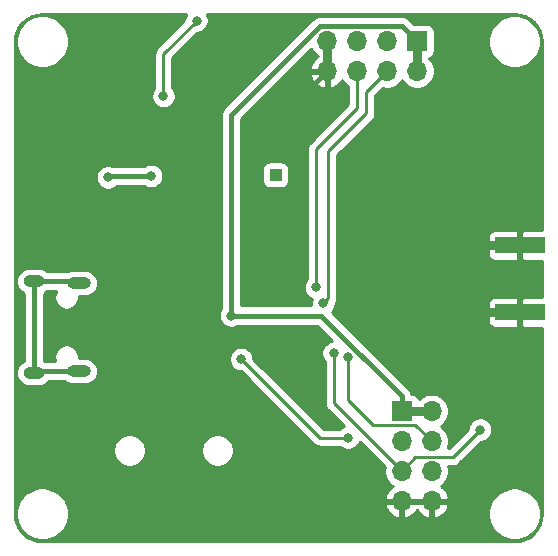
<source format=gbr>
%TF.GenerationSoftware,KiCad,Pcbnew,(5.1.10-1-10_14)*%
%TF.CreationDate,2021-07-28T23:22:07+08:00*%
%TF.ProjectId,maxm8q_board,6d61786d-3871-45f6-926f-6172642e6b69,rev?*%
%TF.SameCoordinates,Original*%
%TF.FileFunction,Copper,L2,Bot*%
%TF.FilePolarity,Positive*%
%FSLAX46Y46*%
G04 Gerber Fmt 4.6, Leading zero omitted, Abs format (unit mm)*
G04 Created by KiCad (PCBNEW (5.1.10-1-10_14)) date 2021-07-28 23:22:07*
%MOMM*%
%LPD*%
G01*
G04 APERTURE LIST*
%TA.AperFunction,SMDPad,CuDef*%
%ADD10R,4.200000X1.350000*%
%TD*%
%TA.AperFunction,ComponentPad*%
%ADD11R,1.000000X1.000000*%
%TD*%
%TA.AperFunction,ComponentPad*%
%ADD12O,1.700000X1.700000*%
%TD*%
%TA.AperFunction,ComponentPad*%
%ADD13R,1.700000X1.700000*%
%TD*%
%TA.AperFunction,ComponentPad*%
%ADD14O,1.800000X1.000000*%
%TD*%
%TA.AperFunction,ComponentPad*%
%ADD15O,2.000000X1.000000*%
%TD*%
%TA.AperFunction,ViaPad*%
%ADD16C,0.800000*%
%TD*%
%TA.AperFunction,Conductor*%
%ADD17C,0.800000*%
%TD*%
%TA.AperFunction,Conductor*%
%ADD18C,0.450000*%
%TD*%
%TA.AperFunction,Conductor*%
%ADD19C,0.250000*%
%TD*%
%TA.AperFunction,Conductor*%
%ADD20C,0.254000*%
%TD*%
%TA.AperFunction,Conductor*%
%ADD21C,0.100000*%
%TD*%
G04 APERTURE END LIST*
D10*
%TO.P,X1,2*%
%TO.N,GND*%
X143450000Y-80275000D03*
X143450000Y-85925000D03*
%TD*%
D11*
%TO.P,TP1,1*%
%TO.N,SAFEBOOT*%
X122760000Y-74290000D03*
%TD*%
D12*
%TO.P,J2,8*%
%TO.N,GND*%
X127120000Y-65520000D03*
%TO.P,J2,7*%
X127120000Y-62980000D03*
%TO.P,J2,6*%
%TO.N,TXD*%
X129660000Y-65520000D03*
%TO.P,J2,5*%
%TO.N,SDA*%
X129660000Y-62980000D03*
%TO.P,J2,4*%
%TO.N,RXD*%
X132200000Y-65520000D03*
%TO.P,J2,3*%
%TO.N,SCL*%
X132200000Y-62980000D03*
%TO.P,J2,2*%
%TO.N,GPS_VCC*%
X134740000Y-65520000D03*
D13*
%TO.P,J2,1*%
X134740000Y-62980000D03*
%TD*%
D12*
%TO.P,J4,8*%
%TO.N,GND*%
X135970000Y-101920000D03*
%TO.P,J4,7*%
X133430000Y-101920000D03*
%TO.P,J4,6*%
%TO.N,RESET*%
X135970000Y-99380000D03*
%TO.P,J4,5*%
%TO.N,TIMEPULSE*%
X133430000Y-99380000D03*
%TO.P,J4,4*%
%TO.N,EXTINT*%
X135970000Y-96840000D03*
%TO.P,J4,3*%
%TO.N,ENABLE*%
X133430000Y-96840000D03*
%TO.P,J4,2*%
%TO.N,GPS_VCC*%
X135970000Y-94300000D03*
D13*
%TO.P,J4,1*%
X133430000Y-94300000D03*
%TD*%
D14*
%TO.P,J1,0*%
%TO.N,Net-(J1-Pad0)*%
X102310000Y-91055000D03*
X102310000Y-83305000D03*
D15*
X106110000Y-90905000D03*
X106110000Y-83455000D03*
%TD*%
D16*
%TO.N,GND*%
X120930000Y-76890000D03*
X136965000Y-80275000D03*
X137075000Y-85925000D03*
%TO.N,RXD*%
X126810000Y-85120000D03*
%TO.N,TXD*%
X126180000Y-83830000D03*
%TO.N,GPS_VCC*%
X119000000Y-86210000D03*
%TO.N,EXTINT*%
X128890000Y-89700000D03*
%TO.N,ENABLE*%
X119860000Y-89890000D03*
X128900000Y-96540000D03*
%TO.N,VBAT*%
X112220000Y-74370000D03*
X108580000Y-74500000D03*
%TO.N,Net-(D3-Pad1)*%
X113270000Y-67640000D03*
X116080000Y-61240000D03*
%TO.N,TIMEPULSE*%
X127680000Y-89380000D03*
X140090000Y-95870000D03*
%TD*%
D17*
%TO.N,GND*%
X127120000Y-62980000D02*
X127120000Y-65520000D01*
D18*
X127120000Y-65520000D02*
X120930000Y-71710000D01*
X120930000Y-71710000D02*
X120930000Y-76890000D01*
D17*
X143450000Y-80275000D02*
X136965000Y-80275000D01*
X143450000Y-85925000D02*
X137075000Y-85925000D01*
D19*
%TO.N,RXD*%
X126810000Y-85120000D02*
X127240000Y-84690000D01*
X127240000Y-84690000D02*
X127240000Y-72310000D01*
X127240000Y-72310000D02*
X130460000Y-69090000D01*
X130460000Y-67260000D02*
X132200000Y-65520000D01*
X130460000Y-69090000D02*
X130460000Y-67260000D01*
%TO.N,TXD*%
X126180000Y-83830000D02*
X126180000Y-72120000D01*
X129660000Y-68640000D02*
X129660000Y-65520000D01*
X126180000Y-72120000D02*
X129660000Y-68640000D01*
D17*
%TO.N,GPS_VCC*%
X134740000Y-62980000D02*
X134740000Y-65520000D01*
X133430000Y-94300000D02*
X135970000Y-94300000D01*
D18*
X133430000Y-93018998D02*
X133430000Y-94300000D01*
X126621002Y-86210000D02*
X133430000Y-93018998D01*
X119000000Y-86210000D02*
X126621002Y-86210000D01*
X133464999Y-61704999D02*
X134740000Y-62980000D01*
X126507999Y-61704999D02*
X133464999Y-61704999D01*
X119000000Y-69212998D02*
X126507999Y-61704999D01*
X119000000Y-86210000D02*
X119000000Y-69212998D01*
D19*
%TO.N,EXTINT*%
X134605001Y-95475001D02*
X130995001Y-95475001D01*
X135970000Y-96840000D02*
X134605001Y-95475001D01*
X128890000Y-93370000D02*
X128890000Y-89700000D01*
X130995001Y-95475001D02*
X128890000Y-93370000D01*
%TO.N,ENABLE*%
X126510000Y-96540000D02*
X128900000Y-96540000D01*
X119860000Y-89890000D02*
X126510000Y-96540000D01*
D18*
%TO.N,Net-(J1-Pad0)*%
X105960000Y-83305000D02*
X106110000Y-83455000D01*
X102310000Y-83305000D02*
X105960000Y-83305000D01*
X102310000Y-83305000D02*
X102310000Y-91055000D01*
X102460000Y-90905000D02*
X102310000Y-91055000D01*
X106110000Y-90905000D02*
X102460000Y-90905000D01*
%TO.N,VBAT*%
X108710000Y-74370000D02*
X108580000Y-74500000D01*
X112220000Y-74370000D02*
X108710000Y-74370000D01*
D19*
%TO.N,Net-(D3-Pad1)*%
X113270000Y-64050000D02*
X116080000Y-61240000D01*
X113270000Y-67640000D02*
X113270000Y-64050000D01*
%TO.N,TIMEPULSE*%
X127680000Y-93630000D02*
X133430000Y-99380000D01*
X127680000Y-89380000D02*
X127680000Y-93630000D01*
X137755001Y-98204999D02*
X140090000Y-95870000D01*
X134605001Y-98204999D02*
X137755001Y-98204999D01*
X133430000Y-99380000D02*
X134605001Y-98204999D01*
%TD*%
D20*
%TO.N,GND*%
X115162795Y-60749744D02*
X115084774Y-60938102D01*
X115045000Y-61138061D01*
X115045000Y-61200198D01*
X112758998Y-63486201D01*
X112730000Y-63509999D01*
X112706202Y-63538997D01*
X112706201Y-63538998D01*
X112635026Y-63625724D01*
X112564454Y-63757754D01*
X112520998Y-63901015D01*
X112506324Y-64050000D01*
X112510001Y-64087332D01*
X112510000Y-66936289D01*
X112466063Y-66980226D01*
X112352795Y-67149744D01*
X112274774Y-67338102D01*
X112235000Y-67538061D01*
X112235000Y-67741939D01*
X112274774Y-67941898D01*
X112352795Y-68130256D01*
X112466063Y-68299774D01*
X112610226Y-68443937D01*
X112779744Y-68557205D01*
X112968102Y-68635226D01*
X113168061Y-68675000D01*
X113371939Y-68675000D01*
X113571898Y-68635226D01*
X113760256Y-68557205D01*
X113929774Y-68443937D01*
X114073937Y-68299774D01*
X114187205Y-68130256D01*
X114265226Y-67941898D01*
X114305000Y-67741939D01*
X114305000Y-67538061D01*
X114265226Y-67338102D01*
X114187205Y-67149744D01*
X114073937Y-66980226D01*
X114030000Y-66936289D01*
X114030000Y-64364801D01*
X116119802Y-62275000D01*
X116181939Y-62275000D01*
X116381898Y-62235226D01*
X116570256Y-62157205D01*
X116739774Y-62043937D01*
X116883937Y-61899774D01*
X116997205Y-61730256D01*
X117075226Y-61541898D01*
X117115000Y-61341939D01*
X117115000Y-61138061D01*
X117075226Y-60938102D01*
X116997205Y-60749744D01*
X116953945Y-60685000D01*
X142966495Y-60685000D01*
X143449016Y-60732312D01*
X143880930Y-60862714D01*
X144279285Y-61074524D01*
X144628914Y-61359675D01*
X144916497Y-61707303D01*
X145131086Y-62104177D01*
X145264498Y-62535161D01*
X145315000Y-63015654D01*
X145315000Y-78962326D01*
X143735750Y-78965000D01*
X143577000Y-79123750D01*
X143577000Y-80148000D01*
X143597000Y-80148000D01*
X143597000Y-80402000D01*
X143577000Y-80402000D01*
X143577000Y-81426250D01*
X143735750Y-81585000D01*
X145315000Y-81587674D01*
X145315001Y-84612326D01*
X143735750Y-84615000D01*
X143577000Y-84773750D01*
X143577000Y-85798000D01*
X143597000Y-85798000D01*
X143597000Y-86052000D01*
X143577000Y-86052000D01*
X143577000Y-87076250D01*
X143735750Y-87235000D01*
X145315001Y-87237674D01*
X145315001Y-102966485D01*
X145267688Y-103449016D01*
X145137287Y-103880927D01*
X144925480Y-104279280D01*
X144640325Y-104628914D01*
X144292697Y-104916497D01*
X143895825Y-105131085D01*
X143464834Y-105264500D01*
X142984346Y-105315000D01*
X103033504Y-105315000D01*
X102550984Y-105267688D01*
X102119073Y-105137287D01*
X101720720Y-104925480D01*
X101371086Y-104640325D01*
X101083503Y-104292697D01*
X100868915Y-103895825D01*
X100735500Y-103464834D01*
X100685000Y-102984346D01*
X100685000Y-102779872D01*
X100765000Y-102779872D01*
X100765000Y-103220128D01*
X100850890Y-103651925D01*
X101019369Y-104058669D01*
X101263962Y-104424729D01*
X101575271Y-104736038D01*
X101941331Y-104980631D01*
X102348075Y-105149110D01*
X102779872Y-105235000D01*
X103220128Y-105235000D01*
X103651925Y-105149110D01*
X104058669Y-104980631D01*
X104424729Y-104736038D01*
X104736038Y-104424729D01*
X104980631Y-104058669D01*
X105149110Y-103651925D01*
X105235000Y-103220128D01*
X105235000Y-102779872D01*
X105149110Y-102348075D01*
X105119625Y-102276890D01*
X131988524Y-102276890D01*
X132033175Y-102424099D01*
X132158359Y-102686920D01*
X132332412Y-102920269D01*
X132548645Y-103115178D01*
X132798748Y-103264157D01*
X133073109Y-103361481D01*
X133303000Y-103240814D01*
X133303000Y-102047000D01*
X133557000Y-102047000D01*
X133557000Y-103240814D01*
X133786891Y-103361481D01*
X134061252Y-103264157D01*
X134311355Y-103115178D01*
X134527588Y-102920269D01*
X134700000Y-102689120D01*
X134872412Y-102920269D01*
X135088645Y-103115178D01*
X135338748Y-103264157D01*
X135613109Y-103361481D01*
X135843000Y-103240814D01*
X135843000Y-102047000D01*
X136097000Y-102047000D01*
X136097000Y-103240814D01*
X136326891Y-103361481D01*
X136601252Y-103264157D01*
X136851355Y-103115178D01*
X137067588Y-102920269D01*
X137172308Y-102779872D01*
X140765000Y-102779872D01*
X140765000Y-103220128D01*
X140850890Y-103651925D01*
X141019369Y-104058669D01*
X141263962Y-104424729D01*
X141575271Y-104736038D01*
X141941331Y-104980631D01*
X142348075Y-105149110D01*
X142779872Y-105235000D01*
X143220128Y-105235000D01*
X143651925Y-105149110D01*
X144058669Y-104980631D01*
X144424729Y-104736038D01*
X144736038Y-104424729D01*
X144980631Y-104058669D01*
X145149110Y-103651925D01*
X145235000Y-103220128D01*
X145235000Y-102779872D01*
X145149110Y-102348075D01*
X144980631Y-101941331D01*
X144736038Y-101575271D01*
X144424729Y-101263962D01*
X144058669Y-101019369D01*
X143651925Y-100850890D01*
X143220128Y-100765000D01*
X142779872Y-100765000D01*
X142348075Y-100850890D01*
X141941331Y-101019369D01*
X141575271Y-101263962D01*
X141263962Y-101575271D01*
X141019369Y-101941331D01*
X140850890Y-102348075D01*
X140765000Y-102779872D01*
X137172308Y-102779872D01*
X137241641Y-102686920D01*
X137366825Y-102424099D01*
X137411476Y-102276890D01*
X137290155Y-102047000D01*
X136097000Y-102047000D01*
X135843000Y-102047000D01*
X133557000Y-102047000D01*
X133303000Y-102047000D01*
X132109845Y-102047000D01*
X131988524Y-102276890D01*
X105119625Y-102276890D01*
X104980631Y-101941331D01*
X104736038Y-101575271D01*
X104424729Y-101263962D01*
X104058669Y-101019369D01*
X103651925Y-100850890D01*
X103220128Y-100765000D01*
X102779872Y-100765000D01*
X102348075Y-100850890D01*
X101941331Y-101019369D01*
X101575271Y-101263962D01*
X101263962Y-101575271D01*
X101019369Y-101941331D01*
X100850890Y-102348075D01*
X100765000Y-102779872D01*
X100685000Y-102779872D01*
X100685000Y-97473589D01*
X109025000Y-97473589D01*
X109025000Y-97746411D01*
X109078225Y-98013989D01*
X109182629Y-98266043D01*
X109334201Y-98492886D01*
X109527114Y-98685799D01*
X109753957Y-98837371D01*
X110006011Y-98941775D01*
X110273589Y-98995000D01*
X110546411Y-98995000D01*
X110813989Y-98941775D01*
X111066043Y-98837371D01*
X111292886Y-98685799D01*
X111485799Y-98492886D01*
X111637371Y-98266043D01*
X111741775Y-98013989D01*
X111795000Y-97746411D01*
X111795000Y-97473589D01*
X116475000Y-97473589D01*
X116475000Y-97746411D01*
X116528225Y-98013989D01*
X116632629Y-98266043D01*
X116784201Y-98492886D01*
X116977114Y-98685799D01*
X117203957Y-98837371D01*
X117456011Y-98941775D01*
X117723589Y-98995000D01*
X117996411Y-98995000D01*
X118263989Y-98941775D01*
X118516043Y-98837371D01*
X118742886Y-98685799D01*
X118935799Y-98492886D01*
X119087371Y-98266043D01*
X119191775Y-98013989D01*
X119245000Y-97746411D01*
X119245000Y-97473589D01*
X119191775Y-97206011D01*
X119087371Y-96953957D01*
X118935799Y-96727114D01*
X118742886Y-96534201D01*
X118516043Y-96382629D01*
X118263989Y-96278225D01*
X117996411Y-96225000D01*
X117723589Y-96225000D01*
X117456011Y-96278225D01*
X117203957Y-96382629D01*
X116977114Y-96534201D01*
X116784201Y-96727114D01*
X116632629Y-96953957D01*
X116528225Y-97206011D01*
X116475000Y-97473589D01*
X111795000Y-97473589D01*
X111741775Y-97206011D01*
X111637371Y-96953957D01*
X111485799Y-96727114D01*
X111292886Y-96534201D01*
X111066043Y-96382629D01*
X110813989Y-96278225D01*
X110546411Y-96225000D01*
X110273589Y-96225000D01*
X110006011Y-96278225D01*
X109753957Y-96382629D01*
X109527114Y-96534201D01*
X109334201Y-96727114D01*
X109182629Y-96953957D01*
X109078225Y-97206011D01*
X109025000Y-97473589D01*
X100685000Y-97473589D01*
X100685000Y-83305000D01*
X100769509Y-83305000D01*
X100791423Y-83527499D01*
X100856324Y-83741447D01*
X100961716Y-83938623D01*
X101103551Y-84111449D01*
X101276377Y-84253284D01*
X101450000Y-84346087D01*
X101450001Y-90013913D01*
X101276377Y-90106716D01*
X101103551Y-90248551D01*
X100961716Y-90421377D01*
X100856324Y-90618553D01*
X100791423Y-90832501D01*
X100769509Y-91055000D01*
X100791423Y-91277499D01*
X100856324Y-91491447D01*
X100961716Y-91688623D01*
X101103551Y-91861449D01*
X101276377Y-92003284D01*
X101473553Y-92108676D01*
X101687501Y-92173577D01*
X101854248Y-92190000D01*
X102765752Y-92190000D01*
X102932499Y-92173577D01*
X103146447Y-92108676D01*
X103343623Y-92003284D01*
X103516449Y-91861449D01*
X103595603Y-91765000D01*
X104868803Y-91765000D01*
X104976377Y-91853284D01*
X105173553Y-91958676D01*
X105387501Y-92023577D01*
X105554248Y-92040000D01*
X106665752Y-92040000D01*
X106832499Y-92023577D01*
X107046447Y-91958676D01*
X107243623Y-91853284D01*
X107416449Y-91711449D01*
X107558284Y-91538623D01*
X107663676Y-91341447D01*
X107728577Y-91127499D01*
X107750491Y-90905000D01*
X107728577Y-90682501D01*
X107663676Y-90468553D01*
X107558284Y-90271377D01*
X107416449Y-90098551D01*
X107243623Y-89956716D01*
X107046447Y-89851324D01*
X106832499Y-89786423D01*
X106665752Y-89770000D01*
X106095000Y-89770000D01*
X106095000Y-89578061D01*
X106055226Y-89378102D01*
X105977205Y-89189744D01*
X105863937Y-89020226D01*
X105719774Y-88876063D01*
X105550256Y-88762795D01*
X105361898Y-88684774D01*
X105161939Y-88645000D01*
X104958061Y-88645000D01*
X104758102Y-88684774D01*
X104569744Y-88762795D01*
X104400226Y-88876063D01*
X104256063Y-89020226D01*
X104142795Y-89189744D01*
X104064774Y-89378102D01*
X104025000Y-89578061D01*
X104025000Y-89781939D01*
X104064774Y-89981898D01*
X104090912Y-90045000D01*
X103228160Y-90045000D01*
X103170000Y-90013913D01*
X103170000Y-86108061D01*
X117965000Y-86108061D01*
X117965000Y-86311939D01*
X118004774Y-86511898D01*
X118082795Y-86700256D01*
X118196063Y-86869774D01*
X118340226Y-87013937D01*
X118509744Y-87127205D01*
X118698102Y-87205226D01*
X118898061Y-87245000D01*
X119101939Y-87245000D01*
X119301898Y-87205226D01*
X119490256Y-87127205D01*
X119575870Y-87070000D01*
X126264779Y-87070000D01*
X127546130Y-88351351D01*
X127378102Y-88384774D01*
X127189744Y-88462795D01*
X127020226Y-88576063D01*
X126876063Y-88720226D01*
X126762795Y-88889744D01*
X126684774Y-89078102D01*
X126645000Y-89278061D01*
X126645000Y-89481939D01*
X126684774Y-89681898D01*
X126762795Y-89870256D01*
X126876063Y-90039774D01*
X126920000Y-90083711D01*
X126920001Y-93592668D01*
X126916324Y-93630000D01*
X126930998Y-93778985D01*
X126974454Y-93922246D01*
X127045026Y-94054276D01*
X127116201Y-94141002D01*
X127140000Y-94170001D01*
X127168998Y-94193799D01*
X128542856Y-95567658D01*
X128409744Y-95622795D01*
X128240226Y-95736063D01*
X128196289Y-95780000D01*
X126824802Y-95780000D01*
X120895000Y-89850199D01*
X120895000Y-89788061D01*
X120855226Y-89588102D01*
X120777205Y-89399744D01*
X120663937Y-89230226D01*
X120519774Y-89086063D01*
X120350256Y-88972795D01*
X120161898Y-88894774D01*
X119961939Y-88855000D01*
X119758061Y-88855000D01*
X119558102Y-88894774D01*
X119369744Y-88972795D01*
X119200226Y-89086063D01*
X119056063Y-89230226D01*
X118942795Y-89399744D01*
X118864774Y-89588102D01*
X118825000Y-89788061D01*
X118825000Y-89991939D01*
X118864774Y-90191898D01*
X118942795Y-90380256D01*
X119056063Y-90549774D01*
X119200226Y-90693937D01*
X119369744Y-90807205D01*
X119558102Y-90885226D01*
X119758061Y-90925000D01*
X119820199Y-90925000D01*
X125946201Y-97051003D01*
X125969999Y-97080001D01*
X126085724Y-97174974D01*
X126217753Y-97245546D01*
X126361014Y-97289003D01*
X126472667Y-97300000D01*
X126472676Y-97300000D01*
X126509999Y-97303676D01*
X126547322Y-97300000D01*
X128196289Y-97300000D01*
X128240226Y-97343937D01*
X128409744Y-97457205D01*
X128598102Y-97535226D01*
X128798061Y-97575000D01*
X129001939Y-97575000D01*
X129201898Y-97535226D01*
X129390256Y-97457205D01*
X129559774Y-97343937D01*
X129703937Y-97199774D01*
X129817205Y-97030256D01*
X129872342Y-96897144D01*
X131988790Y-99013592D01*
X131945000Y-99233740D01*
X131945000Y-99526260D01*
X132002068Y-99813158D01*
X132114010Y-100083411D01*
X132276525Y-100326632D01*
X132483368Y-100533475D01*
X132665534Y-100655195D01*
X132548645Y-100724822D01*
X132332412Y-100919731D01*
X132158359Y-101153080D01*
X132033175Y-101415901D01*
X131988524Y-101563110D01*
X132109845Y-101793000D01*
X133303000Y-101793000D01*
X133303000Y-101773000D01*
X133557000Y-101773000D01*
X133557000Y-101793000D01*
X135843000Y-101793000D01*
X135843000Y-101773000D01*
X136097000Y-101773000D01*
X136097000Y-101793000D01*
X137290155Y-101793000D01*
X137411476Y-101563110D01*
X137366825Y-101415901D01*
X137241641Y-101153080D01*
X137067588Y-100919731D01*
X136851355Y-100724822D01*
X136734466Y-100655195D01*
X136916632Y-100533475D01*
X137123475Y-100326632D01*
X137285990Y-100083411D01*
X137397932Y-99813158D01*
X137455000Y-99526260D01*
X137455000Y-99233740D01*
X137401544Y-98964999D01*
X137717679Y-98964999D01*
X137755001Y-98968675D01*
X137792323Y-98964999D01*
X137792334Y-98964999D01*
X137903987Y-98954002D01*
X138047248Y-98910545D01*
X138179277Y-98839973D01*
X138295002Y-98745000D01*
X138318805Y-98715996D01*
X140129802Y-96905000D01*
X140191939Y-96905000D01*
X140391898Y-96865226D01*
X140580256Y-96787205D01*
X140749774Y-96673937D01*
X140893937Y-96529774D01*
X141007205Y-96360256D01*
X141085226Y-96171898D01*
X141125000Y-95971939D01*
X141125000Y-95768061D01*
X141085226Y-95568102D01*
X141007205Y-95379744D01*
X140893937Y-95210226D01*
X140749774Y-95066063D01*
X140580256Y-94952795D01*
X140391898Y-94874774D01*
X140191939Y-94835000D01*
X139988061Y-94835000D01*
X139788102Y-94874774D01*
X139599744Y-94952795D01*
X139430226Y-95066063D01*
X139286063Y-95210226D01*
X139172795Y-95379744D01*
X139094774Y-95568102D01*
X139055000Y-95768061D01*
X139055000Y-95830198D01*
X137440200Y-97444999D01*
X137326753Y-97444999D01*
X137397932Y-97273158D01*
X137455000Y-96986260D01*
X137455000Y-96693740D01*
X137397932Y-96406842D01*
X137285990Y-96136589D01*
X137123475Y-95893368D01*
X136916632Y-95686525D01*
X136742240Y-95570000D01*
X136916632Y-95453475D01*
X137123475Y-95246632D01*
X137285990Y-95003411D01*
X137397932Y-94733158D01*
X137455000Y-94446260D01*
X137455000Y-94153740D01*
X137397932Y-93866842D01*
X137285990Y-93596589D01*
X137123475Y-93353368D01*
X136916632Y-93146525D01*
X136673411Y-92984010D01*
X136403158Y-92872068D01*
X136116260Y-92815000D01*
X135823740Y-92815000D01*
X135536842Y-92872068D01*
X135266589Y-92984010D01*
X135023368Y-93146525D01*
X134904893Y-93265000D01*
X134887454Y-93265000D01*
X134869502Y-93205820D01*
X134810537Y-93095506D01*
X134731185Y-92998815D01*
X134634494Y-92919463D01*
X134524180Y-92860498D01*
X134404482Y-92824188D01*
X134280000Y-92811928D01*
X134265883Y-92811928D01*
X134254665Y-92774948D01*
X134228381Y-92688298D01*
X134148524Y-92538896D01*
X134041054Y-92407944D01*
X134008242Y-92381016D01*
X128227226Y-86600000D01*
X140711928Y-86600000D01*
X140724188Y-86724482D01*
X140760498Y-86844180D01*
X140819463Y-86954494D01*
X140898815Y-87051185D01*
X140995506Y-87130537D01*
X141105820Y-87189502D01*
X141225518Y-87225812D01*
X141350000Y-87238072D01*
X143164250Y-87235000D01*
X143323000Y-87076250D01*
X143323000Y-86052000D01*
X140873750Y-86052000D01*
X140715000Y-86210750D01*
X140711928Y-86600000D01*
X128227226Y-86600000D01*
X127510468Y-85883243D01*
X127613937Y-85779774D01*
X127727205Y-85610256D01*
X127805226Y-85421898D01*
X127839418Y-85250000D01*
X140711928Y-85250000D01*
X140715000Y-85639250D01*
X140873750Y-85798000D01*
X143323000Y-85798000D01*
X143323000Y-84773750D01*
X143164250Y-84615000D01*
X141350000Y-84611928D01*
X141225518Y-84624188D01*
X141105820Y-84660498D01*
X140995506Y-84719463D01*
X140898815Y-84798815D01*
X140819463Y-84895506D01*
X140760498Y-85005820D01*
X140724188Y-85125518D01*
X140711928Y-85250000D01*
X127839418Y-85250000D01*
X127845000Y-85221939D01*
X127845000Y-85150799D01*
X127874974Y-85114276D01*
X127945546Y-84982247D01*
X127989003Y-84838986D01*
X128000000Y-84727333D01*
X128000000Y-84727323D01*
X128003676Y-84690000D01*
X128000000Y-84652677D01*
X128000000Y-80950000D01*
X140711928Y-80950000D01*
X140724188Y-81074482D01*
X140760498Y-81194180D01*
X140819463Y-81304494D01*
X140898815Y-81401185D01*
X140995506Y-81480537D01*
X141105820Y-81539502D01*
X141225518Y-81575812D01*
X141350000Y-81588072D01*
X143164250Y-81585000D01*
X143323000Y-81426250D01*
X143323000Y-80402000D01*
X140873750Y-80402000D01*
X140715000Y-80560750D01*
X140711928Y-80950000D01*
X128000000Y-80950000D01*
X128000000Y-79600000D01*
X140711928Y-79600000D01*
X140715000Y-79989250D01*
X140873750Y-80148000D01*
X143323000Y-80148000D01*
X143323000Y-79123750D01*
X143164250Y-78965000D01*
X141350000Y-78961928D01*
X141225518Y-78974188D01*
X141105820Y-79010498D01*
X140995506Y-79069463D01*
X140898815Y-79148815D01*
X140819463Y-79245506D01*
X140760498Y-79355820D01*
X140724188Y-79475518D01*
X140711928Y-79600000D01*
X128000000Y-79600000D01*
X128000000Y-72624801D01*
X130971004Y-69653798D01*
X131000001Y-69630001D01*
X131094974Y-69514276D01*
X131165546Y-69382247D01*
X131209003Y-69238986D01*
X131220000Y-69127333D01*
X131220000Y-69127325D01*
X131223676Y-69090000D01*
X131220000Y-69052675D01*
X131220000Y-67574801D01*
X131833592Y-66961209D01*
X132053740Y-67005000D01*
X132346260Y-67005000D01*
X132633158Y-66947932D01*
X132903411Y-66835990D01*
X133146632Y-66673475D01*
X133353475Y-66466632D01*
X133470000Y-66292240D01*
X133586525Y-66466632D01*
X133793368Y-66673475D01*
X134036589Y-66835990D01*
X134306842Y-66947932D01*
X134593740Y-67005000D01*
X134886260Y-67005000D01*
X135173158Y-66947932D01*
X135443411Y-66835990D01*
X135686632Y-66673475D01*
X135893475Y-66466632D01*
X136055990Y-66223411D01*
X136167932Y-65953158D01*
X136225000Y-65666260D01*
X136225000Y-65373740D01*
X136167932Y-65086842D01*
X136055990Y-64816589D01*
X135893475Y-64573368D01*
X135775000Y-64454893D01*
X135775000Y-64437454D01*
X135834180Y-64419502D01*
X135944494Y-64360537D01*
X136041185Y-64281185D01*
X136120537Y-64184494D01*
X136179502Y-64074180D01*
X136215812Y-63954482D01*
X136228072Y-63830000D01*
X136228072Y-62779872D01*
X140765000Y-62779872D01*
X140765000Y-63220128D01*
X140850890Y-63651925D01*
X141019369Y-64058669D01*
X141263962Y-64424729D01*
X141575271Y-64736038D01*
X141941331Y-64980631D01*
X142348075Y-65149110D01*
X142779872Y-65235000D01*
X143220128Y-65235000D01*
X143651925Y-65149110D01*
X144058669Y-64980631D01*
X144424729Y-64736038D01*
X144736038Y-64424729D01*
X144980631Y-64058669D01*
X145149110Y-63651925D01*
X145235000Y-63220128D01*
X145235000Y-62779872D01*
X145149110Y-62348075D01*
X144980631Y-61941331D01*
X144736038Y-61575271D01*
X144424729Y-61263962D01*
X144058669Y-61019369D01*
X143651925Y-60850890D01*
X143220128Y-60765000D01*
X142779872Y-60765000D01*
X142348075Y-60850890D01*
X141941331Y-61019369D01*
X141575271Y-61263962D01*
X141263962Y-61575271D01*
X141019369Y-61941331D01*
X140850890Y-62348075D01*
X140765000Y-62779872D01*
X136228072Y-62779872D01*
X136228072Y-62130000D01*
X136215812Y-62005518D01*
X136179502Y-61885820D01*
X136120537Y-61775506D01*
X136041185Y-61678815D01*
X135944494Y-61599463D01*
X135834180Y-61540498D01*
X135714482Y-61504188D01*
X135590000Y-61491928D01*
X134468151Y-61491928D01*
X134102987Y-61126764D01*
X134076053Y-61093945D01*
X133945101Y-60986475D01*
X133795699Y-60906618D01*
X133633588Y-60857443D01*
X133507245Y-60844999D01*
X133507238Y-60844999D01*
X133464999Y-60840839D01*
X133422760Y-60844999D01*
X126550237Y-60844999D01*
X126507998Y-60840839D01*
X126465759Y-60844999D01*
X126465753Y-60844999D01*
X126356557Y-60855754D01*
X126339409Y-60857443D01*
X126290234Y-60872360D01*
X126177299Y-60906618D01*
X126027897Y-60986475D01*
X126027895Y-60986476D01*
X126027896Y-60986476D01*
X125932589Y-61064693D01*
X125896945Y-61093945D01*
X125870016Y-61126758D01*
X118421760Y-68575015D01*
X118388947Y-68601944D01*
X118362018Y-68634757D01*
X118362016Y-68634759D01*
X118281477Y-68732896D01*
X118201620Y-68882298D01*
X118152444Y-69044409D01*
X118135840Y-69212998D01*
X118140001Y-69255247D01*
X118140000Y-85634130D01*
X118082795Y-85719744D01*
X118004774Y-85908102D01*
X117965000Y-86108061D01*
X103170000Y-86108061D01*
X103170000Y-84346087D01*
X103343623Y-84253284D01*
X103451197Y-84165000D01*
X104159328Y-84165000D01*
X104142795Y-84189744D01*
X104064774Y-84378102D01*
X104025000Y-84578061D01*
X104025000Y-84781939D01*
X104064774Y-84981898D01*
X104142795Y-85170256D01*
X104256063Y-85339774D01*
X104400226Y-85483937D01*
X104569744Y-85597205D01*
X104758102Y-85675226D01*
X104958061Y-85715000D01*
X105161939Y-85715000D01*
X105361898Y-85675226D01*
X105550256Y-85597205D01*
X105719774Y-85483937D01*
X105863937Y-85339774D01*
X105977205Y-85170256D01*
X106055226Y-84981898D01*
X106095000Y-84781939D01*
X106095000Y-84590000D01*
X106665752Y-84590000D01*
X106832499Y-84573577D01*
X107046447Y-84508676D01*
X107243623Y-84403284D01*
X107416449Y-84261449D01*
X107558284Y-84088623D01*
X107663676Y-83891447D01*
X107728577Y-83677499D01*
X107750491Y-83455000D01*
X107728577Y-83232501D01*
X107663676Y-83018553D01*
X107558284Y-82821377D01*
X107416449Y-82648551D01*
X107243623Y-82506716D01*
X107046447Y-82401324D01*
X106832499Y-82336423D01*
X106665752Y-82320000D01*
X105554248Y-82320000D01*
X105387501Y-82336423D01*
X105173553Y-82401324D01*
X105091840Y-82445000D01*
X103451197Y-82445000D01*
X103343623Y-82356716D01*
X103146447Y-82251324D01*
X102932499Y-82186423D01*
X102765752Y-82170000D01*
X101854248Y-82170000D01*
X101687501Y-82186423D01*
X101473553Y-82251324D01*
X101276377Y-82356716D01*
X101103551Y-82498551D01*
X100961716Y-82671377D01*
X100856324Y-82868553D01*
X100791423Y-83082501D01*
X100769509Y-83305000D01*
X100685000Y-83305000D01*
X100685000Y-74398061D01*
X107545000Y-74398061D01*
X107545000Y-74601939D01*
X107584774Y-74801898D01*
X107662795Y-74990256D01*
X107776063Y-75159774D01*
X107920226Y-75303937D01*
X108089744Y-75417205D01*
X108278102Y-75495226D01*
X108478061Y-75535000D01*
X108681939Y-75535000D01*
X108881898Y-75495226D01*
X109070256Y-75417205D01*
X109239774Y-75303937D01*
X109313711Y-75230000D01*
X111644130Y-75230000D01*
X111729744Y-75287205D01*
X111918102Y-75365226D01*
X112118061Y-75405000D01*
X112321939Y-75405000D01*
X112521898Y-75365226D01*
X112710256Y-75287205D01*
X112879774Y-75173937D01*
X113023937Y-75029774D01*
X113137205Y-74860256D01*
X113215226Y-74671898D01*
X113255000Y-74471939D01*
X113255000Y-74268061D01*
X113215226Y-74068102D01*
X113137205Y-73879744D01*
X113023937Y-73710226D01*
X112879774Y-73566063D01*
X112710256Y-73452795D01*
X112521898Y-73374774D01*
X112321939Y-73335000D01*
X112118061Y-73335000D01*
X111918102Y-73374774D01*
X111729744Y-73452795D01*
X111644130Y-73510000D01*
X108894515Y-73510000D01*
X108881898Y-73504774D01*
X108681939Y-73465000D01*
X108478061Y-73465000D01*
X108278102Y-73504774D01*
X108089744Y-73582795D01*
X107920226Y-73696063D01*
X107776063Y-73840226D01*
X107662795Y-74009744D01*
X107584774Y-74198102D01*
X107545000Y-74398061D01*
X100685000Y-74398061D01*
X100685000Y-63033505D01*
X100709869Y-62779872D01*
X100765000Y-62779872D01*
X100765000Y-63220128D01*
X100850890Y-63651925D01*
X101019369Y-64058669D01*
X101263962Y-64424729D01*
X101575271Y-64736038D01*
X101941331Y-64980631D01*
X102348075Y-65149110D01*
X102779872Y-65235000D01*
X103220128Y-65235000D01*
X103651925Y-65149110D01*
X104058669Y-64980631D01*
X104424729Y-64736038D01*
X104736038Y-64424729D01*
X104980631Y-64058669D01*
X105149110Y-63651925D01*
X105235000Y-63220128D01*
X105235000Y-62779872D01*
X105149110Y-62348075D01*
X104980631Y-61941331D01*
X104736038Y-61575271D01*
X104424729Y-61263962D01*
X104058669Y-61019369D01*
X103651925Y-60850890D01*
X103220128Y-60765000D01*
X102779872Y-60765000D01*
X102348075Y-60850890D01*
X101941331Y-61019369D01*
X101575271Y-61263962D01*
X101263962Y-61575271D01*
X101019369Y-61941331D01*
X100850890Y-62348075D01*
X100765000Y-62779872D01*
X100709869Y-62779872D01*
X100732312Y-62550984D01*
X100862714Y-62119070D01*
X101074524Y-61720715D01*
X101359675Y-61371086D01*
X101707303Y-61083503D01*
X102104177Y-60868914D01*
X102535161Y-60735502D01*
X103015654Y-60685000D01*
X115206055Y-60685000D01*
X115162795Y-60749744D01*
%TA.AperFunction,Conductor*%
D21*
G36*
X115162795Y-60749744D02*
G01*
X115084774Y-60938102D01*
X115045000Y-61138061D01*
X115045000Y-61200198D01*
X112758998Y-63486201D01*
X112730000Y-63509999D01*
X112706202Y-63538997D01*
X112706201Y-63538998D01*
X112635026Y-63625724D01*
X112564454Y-63757754D01*
X112520998Y-63901015D01*
X112506324Y-64050000D01*
X112510001Y-64087332D01*
X112510000Y-66936289D01*
X112466063Y-66980226D01*
X112352795Y-67149744D01*
X112274774Y-67338102D01*
X112235000Y-67538061D01*
X112235000Y-67741939D01*
X112274774Y-67941898D01*
X112352795Y-68130256D01*
X112466063Y-68299774D01*
X112610226Y-68443937D01*
X112779744Y-68557205D01*
X112968102Y-68635226D01*
X113168061Y-68675000D01*
X113371939Y-68675000D01*
X113571898Y-68635226D01*
X113760256Y-68557205D01*
X113929774Y-68443937D01*
X114073937Y-68299774D01*
X114187205Y-68130256D01*
X114265226Y-67941898D01*
X114305000Y-67741939D01*
X114305000Y-67538061D01*
X114265226Y-67338102D01*
X114187205Y-67149744D01*
X114073937Y-66980226D01*
X114030000Y-66936289D01*
X114030000Y-64364801D01*
X116119802Y-62275000D01*
X116181939Y-62275000D01*
X116381898Y-62235226D01*
X116570256Y-62157205D01*
X116739774Y-62043937D01*
X116883937Y-61899774D01*
X116997205Y-61730256D01*
X117075226Y-61541898D01*
X117115000Y-61341939D01*
X117115000Y-61138061D01*
X117075226Y-60938102D01*
X116997205Y-60749744D01*
X116953945Y-60685000D01*
X142966495Y-60685000D01*
X143449016Y-60732312D01*
X143880930Y-60862714D01*
X144279285Y-61074524D01*
X144628914Y-61359675D01*
X144916497Y-61707303D01*
X145131086Y-62104177D01*
X145264498Y-62535161D01*
X145315000Y-63015654D01*
X145315000Y-78962326D01*
X143735750Y-78965000D01*
X143577000Y-79123750D01*
X143577000Y-80148000D01*
X143597000Y-80148000D01*
X143597000Y-80402000D01*
X143577000Y-80402000D01*
X143577000Y-81426250D01*
X143735750Y-81585000D01*
X145315000Y-81587674D01*
X145315001Y-84612326D01*
X143735750Y-84615000D01*
X143577000Y-84773750D01*
X143577000Y-85798000D01*
X143597000Y-85798000D01*
X143597000Y-86052000D01*
X143577000Y-86052000D01*
X143577000Y-87076250D01*
X143735750Y-87235000D01*
X145315001Y-87237674D01*
X145315001Y-102966485D01*
X145267688Y-103449016D01*
X145137287Y-103880927D01*
X144925480Y-104279280D01*
X144640325Y-104628914D01*
X144292697Y-104916497D01*
X143895825Y-105131085D01*
X143464834Y-105264500D01*
X142984346Y-105315000D01*
X103033504Y-105315000D01*
X102550984Y-105267688D01*
X102119073Y-105137287D01*
X101720720Y-104925480D01*
X101371086Y-104640325D01*
X101083503Y-104292697D01*
X100868915Y-103895825D01*
X100735500Y-103464834D01*
X100685000Y-102984346D01*
X100685000Y-102779872D01*
X100765000Y-102779872D01*
X100765000Y-103220128D01*
X100850890Y-103651925D01*
X101019369Y-104058669D01*
X101263962Y-104424729D01*
X101575271Y-104736038D01*
X101941331Y-104980631D01*
X102348075Y-105149110D01*
X102779872Y-105235000D01*
X103220128Y-105235000D01*
X103651925Y-105149110D01*
X104058669Y-104980631D01*
X104424729Y-104736038D01*
X104736038Y-104424729D01*
X104980631Y-104058669D01*
X105149110Y-103651925D01*
X105235000Y-103220128D01*
X105235000Y-102779872D01*
X105149110Y-102348075D01*
X105119625Y-102276890D01*
X131988524Y-102276890D01*
X132033175Y-102424099D01*
X132158359Y-102686920D01*
X132332412Y-102920269D01*
X132548645Y-103115178D01*
X132798748Y-103264157D01*
X133073109Y-103361481D01*
X133303000Y-103240814D01*
X133303000Y-102047000D01*
X133557000Y-102047000D01*
X133557000Y-103240814D01*
X133786891Y-103361481D01*
X134061252Y-103264157D01*
X134311355Y-103115178D01*
X134527588Y-102920269D01*
X134700000Y-102689120D01*
X134872412Y-102920269D01*
X135088645Y-103115178D01*
X135338748Y-103264157D01*
X135613109Y-103361481D01*
X135843000Y-103240814D01*
X135843000Y-102047000D01*
X136097000Y-102047000D01*
X136097000Y-103240814D01*
X136326891Y-103361481D01*
X136601252Y-103264157D01*
X136851355Y-103115178D01*
X137067588Y-102920269D01*
X137172308Y-102779872D01*
X140765000Y-102779872D01*
X140765000Y-103220128D01*
X140850890Y-103651925D01*
X141019369Y-104058669D01*
X141263962Y-104424729D01*
X141575271Y-104736038D01*
X141941331Y-104980631D01*
X142348075Y-105149110D01*
X142779872Y-105235000D01*
X143220128Y-105235000D01*
X143651925Y-105149110D01*
X144058669Y-104980631D01*
X144424729Y-104736038D01*
X144736038Y-104424729D01*
X144980631Y-104058669D01*
X145149110Y-103651925D01*
X145235000Y-103220128D01*
X145235000Y-102779872D01*
X145149110Y-102348075D01*
X144980631Y-101941331D01*
X144736038Y-101575271D01*
X144424729Y-101263962D01*
X144058669Y-101019369D01*
X143651925Y-100850890D01*
X143220128Y-100765000D01*
X142779872Y-100765000D01*
X142348075Y-100850890D01*
X141941331Y-101019369D01*
X141575271Y-101263962D01*
X141263962Y-101575271D01*
X141019369Y-101941331D01*
X140850890Y-102348075D01*
X140765000Y-102779872D01*
X137172308Y-102779872D01*
X137241641Y-102686920D01*
X137366825Y-102424099D01*
X137411476Y-102276890D01*
X137290155Y-102047000D01*
X136097000Y-102047000D01*
X135843000Y-102047000D01*
X133557000Y-102047000D01*
X133303000Y-102047000D01*
X132109845Y-102047000D01*
X131988524Y-102276890D01*
X105119625Y-102276890D01*
X104980631Y-101941331D01*
X104736038Y-101575271D01*
X104424729Y-101263962D01*
X104058669Y-101019369D01*
X103651925Y-100850890D01*
X103220128Y-100765000D01*
X102779872Y-100765000D01*
X102348075Y-100850890D01*
X101941331Y-101019369D01*
X101575271Y-101263962D01*
X101263962Y-101575271D01*
X101019369Y-101941331D01*
X100850890Y-102348075D01*
X100765000Y-102779872D01*
X100685000Y-102779872D01*
X100685000Y-97473589D01*
X109025000Y-97473589D01*
X109025000Y-97746411D01*
X109078225Y-98013989D01*
X109182629Y-98266043D01*
X109334201Y-98492886D01*
X109527114Y-98685799D01*
X109753957Y-98837371D01*
X110006011Y-98941775D01*
X110273589Y-98995000D01*
X110546411Y-98995000D01*
X110813989Y-98941775D01*
X111066043Y-98837371D01*
X111292886Y-98685799D01*
X111485799Y-98492886D01*
X111637371Y-98266043D01*
X111741775Y-98013989D01*
X111795000Y-97746411D01*
X111795000Y-97473589D01*
X116475000Y-97473589D01*
X116475000Y-97746411D01*
X116528225Y-98013989D01*
X116632629Y-98266043D01*
X116784201Y-98492886D01*
X116977114Y-98685799D01*
X117203957Y-98837371D01*
X117456011Y-98941775D01*
X117723589Y-98995000D01*
X117996411Y-98995000D01*
X118263989Y-98941775D01*
X118516043Y-98837371D01*
X118742886Y-98685799D01*
X118935799Y-98492886D01*
X119087371Y-98266043D01*
X119191775Y-98013989D01*
X119245000Y-97746411D01*
X119245000Y-97473589D01*
X119191775Y-97206011D01*
X119087371Y-96953957D01*
X118935799Y-96727114D01*
X118742886Y-96534201D01*
X118516043Y-96382629D01*
X118263989Y-96278225D01*
X117996411Y-96225000D01*
X117723589Y-96225000D01*
X117456011Y-96278225D01*
X117203957Y-96382629D01*
X116977114Y-96534201D01*
X116784201Y-96727114D01*
X116632629Y-96953957D01*
X116528225Y-97206011D01*
X116475000Y-97473589D01*
X111795000Y-97473589D01*
X111741775Y-97206011D01*
X111637371Y-96953957D01*
X111485799Y-96727114D01*
X111292886Y-96534201D01*
X111066043Y-96382629D01*
X110813989Y-96278225D01*
X110546411Y-96225000D01*
X110273589Y-96225000D01*
X110006011Y-96278225D01*
X109753957Y-96382629D01*
X109527114Y-96534201D01*
X109334201Y-96727114D01*
X109182629Y-96953957D01*
X109078225Y-97206011D01*
X109025000Y-97473589D01*
X100685000Y-97473589D01*
X100685000Y-83305000D01*
X100769509Y-83305000D01*
X100791423Y-83527499D01*
X100856324Y-83741447D01*
X100961716Y-83938623D01*
X101103551Y-84111449D01*
X101276377Y-84253284D01*
X101450000Y-84346087D01*
X101450001Y-90013913D01*
X101276377Y-90106716D01*
X101103551Y-90248551D01*
X100961716Y-90421377D01*
X100856324Y-90618553D01*
X100791423Y-90832501D01*
X100769509Y-91055000D01*
X100791423Y-91277499D01*
X100856324Y-91491447D01*
X100961716Y-91688623D01*
X101103551Y-91861449D01*
X101276377Y-92003284D01*
X101473553Y-92108676D01*
X101687501Y-92173577D01*
X101854248Y-92190000D01*
X102765752Y-92190000D01*
X102932499Y-92173577D01*
X103146447Y-92108676D01*
X103343623Y-92003284D01*
X103516449Y-91861449D01*
X103595603Y-91765000D01*
X104868803Y-91765000D01*
X104976377Y-91853284D01*
X105173553Y-91958676D01*
X105387501Y-92023577D01*
X105554248Y-92040000D01*
X106665752Y-92040000D01*
X106832499Y-92023577D01*
X107046447Y-91958676D01*
X107243623Y-91853284D01*
X107416449Y-91711449D01*
X107558284Y-91538623D01*
X107663676Y-91341447D01*
X107728577Y-91127499D01*
X107750491Y-90905000D01*
X107728577Y-90682501D01*
X107663676Y-90468553D01*
X107558284Y-90271377D01*
X107416449Y-90098551D01*
X107243623Y-89956716D01*
X107046447Y-89851324D01*
X106832499Y-89786423D01*
X106665752Y-89770000D01*
X106095000Y-89770000D01*
X106095000Y-89578061D01*
X106055226Y-89378102D01*
X105977205Y-89189744D01*
X105863937Y-89020226D01*
X105719774Y-88876063D01*
X105550256Y-88762795D01*
X105361898Y-88684774D01*
X105161939Y-88645000D01*
X104958061Y-88645000D01*
X104758102Y-88684774D01*
X104569744Y-88762795D01*
X104400226Y-88876063D01*
X104256063Y-89020226D01*
X104142795Y-89189744D01*
X104064774Y-89378102D01*
X104025000Y-89578061D01*
X104025000Y-89781939D01*
X104064774Y-89981898D01*
X104090912Y-90045000D01*
X103228160Y-90045000D01*
X103170000Y-90013913D01*
X103170000Y-86108061D01*
X117965000Y-86108061D01*
X117965000Y-86311939D01*
X118004774Y-86511898D01*
X118082795Y-86700256D01*
X118196063Y-86869774D01*
X118340226Y-87013937D01*
X118509744Y-87127205D01*
X118698102Y-87205226D01*
X118898061Y-87245000D01*
X119101939Y-87245000D01*
X119301898Y-87205226D01*
X119490256Y-87127205D01*
X119575870Y-87070000D01*
X126264779Y-87070000D01*
X127546130Y-88351351D01*
X127378102Y-88384774D01*
X127189744Y-88462795D01*
X127020226Y-88576063D01*
X126876063Y-88720226D01*
X126762795Y-88889744D01*
X126684774Y-89078102D01*
X126645000Y-89278061D01*
X126645000Y-89481939D01*
X126684774Y-89681898D01*
X126762795Y-89870256D01*
X126876063Y-90039774D01*
X126920000Y-90083711D01*
X126920001Y-93592668D01*
X126916324Y-93630000D01*
X126930998Y-93778985D01*
X126974454Y-93922246D01*
X127045026Y-94054276D01*
X127116201Y-94141002D01*
X127140000Y-94170001D01*
X127168998Y-94193799D01*
X128542856Y-95567658D01*
X128409744Y-95622795D01*
X128240226Y-95736063D01*
X128196289Y-95780000D01*
X126824802Y-95780000D01*
X120895000Y-89850199D01*
X120895000Y-89788061D01*
X120855226Y-89588102D01*
X120777205Y-89399744D01*
X120663937Y-89230226D01*
X120519774Y-89086063D01*
X120350256Y-88972795D01*
X120161898Y-88894774D01*
X119961939Y-88855000D01*
X119758061Y-88855000D01*
X119558102Y-88894774D01*
X119369744Y-88972795D01*
X119200226Y-89086063D01*
X119056063Y-89230226D01*
X118942795Y-89399744D01*
X118864774Y-89588102D01*
X118825000Y-89788061D01*
X118825000Y-89991939D01*
X118864774Y-90191898D01*
X118942795Y-90380256D01*
X119056063Y-90549774D01*
X119200226Y-90693937D01*
X119369744Y-90807205D01*
X119558102Y-90885226D01*
X119758061Y-90925000D01*
X119820199Y-90925000D01*
X125946201Y-97051003D01*
X125969999Y-97080001D01*
X126085724Y-97174974D01*
X126217753Y-97245546D01*
X126361014Y-97289003D01*
X126472667Y-97300000D01*
X126472676Y-97300000D01*
X126509999Y-97303676D01*
X126547322Y-97300000D01*
X128196289Y-97300000D01*
X128240226Y-97343937D01*
X128409744Y-97457205D01*
X128598102Y-97535226D01*
X128798061Y-97575000D01*
X129001939Y-97575000D01*
X129201898Y-97535226D01*
X129390256Y-97457205D01*
X129559774Y-97343937D01*
X129703937Y-97199774D01*
X129817205Y-97030256D01*
X129872342Y-96897144D01*
X131988790Y-99013592D01*
X131945000Y-99233740D01*
X131945000Y-99526260D01*
X132002068Y-99813158D01*
X132114010Y-100083411D01*
X132276525Y-100326632D01*
X132483368Y-100533475D01*
X132665534Y-100655195D01*
X132548645Y-100724822D01*
X132332412Y-100919731D01*
X132158359Y-101153080D01*
X132033175Y-101415901D01*
X131988524Y-101563110D01*
X132109845Y-101793000D01*
X133303000Y-101793000D01*
X133303000Y-101773000D01*
X133557000Y-101773000D01*
X133557000Y-101793000D01*
X135843000Y-101793000D01*
X135843000Y-101773000D01*
X136097000Y-101773000D01*
X136097000Y-101793000D01*
X137290155Y-101793000D01*
X137411476Y-101563110D01*
X137366825Y-101415901D01*
X137241641Y-101153080D01*
X137067588Y-100919731D01*
X136851355Y-100724822D01*
X136734466Y-100655195D01*
X136916632Y-100533475D01*
X137123475Y-100326632D01*
X137285990Y-100083411D01*
X137397932Y-99813158D01*
X137455000Y-99526260D01*
X137455000Y-99233740D01*
X137401544Y-98964999D01*
X137717679Y-98964999D01*
X137755001Y-98968675D01*
X137792323Y-98964999D01*
X137792334Y-98964999D01*
X137903987Y-98954002D01*
X138047248Y-98910545D01*
X138179277Y-98839973D01*
X138295002Y-98745000D01*
X138318805Y-98715996D01*
X140129802Y-96905000D01*
X140191939Y-96905000D01*
X140391898Y-96865226D01*
X140580256Y-96787205D01*
X140749774Y-96673937D01*
X140893937Y-96529774D01*
X141007205Y-96360256D01*
X141085226Y-96171898D01*
X141125000Y-95971939D01*
X141125000Y-95768061D01*
X141085226Y-95568102D01*
X141007205Y-95379744D01*
X140893937Y-95210226D01*
X140749774Y-95066063D01*
X140580256Y-94952795D01*
X140391898Y-94874774D01*
X140191939Y-94835000D01*
X139988061Y-94835000D01*
X139788102Y-94874774D01*
X139599744Y-94952795D01*
X139430226Y-95066063D01*
X139286063Y-95210226D01*
X139172795Y-95379744D01*
X139094774Y-95568102D01*
X139055000Y-95768061D01*
X139055000Y-95830198D01*
X137440200Y-97444999D01*
X137326753Y-97444999D01*
X137397932Y-97273158D01*
X137455000Y-96986260D01*
X137455000Y-96693740D01*
X137397932Y-96406842D01*
X137285990Y-96136589D01*
X137123475Y-95893368D01*
X136916632Y-95686525D01*
X136742240Y-95570000D01*
X136916632Y-95453475D01*
X137123475Y-95246632D01*
X137285990Y-95003411D01*
X137397932Y-94733158D01*
X137455000Y-94446260D01*
X137455000Y-94153740D01*
X137397932Y-93866842D01*
X137285990Y-93596589D01*
X137123475Y-93353368D01*
X136916632Y-93146525D01*
X136673411Y-92984010D01*
X136403158Y-92872068D01*
X136116260Y-92815000D01*
X135823740Y-92815000D01*
X135536842Y-92872068D01*
X135266589Y-92984010D01*
X135023368Y-93146525D01*
X134904893Y-93265000D01*
X134887454Y-93265000D01*
X134869502Y-93205820D01*
X134810537Y-93095506D01*
X134731185Y-92998815D01*
X134634494Y-92919463D01*
X134524180Y-92860498D01*
X134404482Y-92824188D01*
X134280000Y-92811928D01*
X134265883Y-92811928D01*
X134254665Y-92774948D01*
X134228381Y-92688298D01*
X134148524Y-92538896D01*
X134041054Y-92407944D01*
X134008242Y-92381016D01*
X128227226Y-86600000D01*
X140711928Y-86600000D01*
X140724188Y-86724482D01*
X140760498Y-86844180D01*
X140819463Y-86954494D01*
X140898815Y-87051185D01*
X140995506Y-87130537D01*
X141105820Y-87189502D01*
X141225518Y-87225812D01*
X141350000Y-87238072D01*
X143164250Y-87235000D01*
X143323000Y-87076250D01*
X143323000Y-86052000D01*
X140873750Y-86052000D01*
X140715000Y-86210750D01*
X140711928Y-86600000D01*
X128227226Y-86600000D01*
X127510468Y-85883243D01*
X127613937Y-85779774D01*
X127727205Y-85610256D01*
X127805226Y-85421898D01*
X127839418Y-85250000D01*
X140711928Y-85250000D01*
X140715000Y-85639250D01*
X140873750Y-85798000D01*
X143323000Y-85798000D01*
X143323000Y-84773750D01*
X143164250Y-84615000D01*
X141350000Y-84611928D01*
X141225518Y-84624188D01*
X141105820Y-84660498D01*
X140995506Y-84719463D01*
X140898815Y-84798815D01*
X140819463Y-84895506D01*
X140760498Y-85005820D01*
X140724188Y-85125518D01*
X140711928Y-85250000D01*
X127839418Y-85250000D01*
X127845000Y-85221939D01*
X127845000Y-85150799D01*
X127874974Y-85114276D01*
X127945546Y-84982247D01*
X127989003Y-84838986D01*
X128000000Y-84727333D01*
X128000000Y-84727323D01*
X128003676Y-84690000D01*
X128000000Y-84652677D01*
X128000000Y-80950000D01*
X140711928Y-80950000D01*
X140724188Y-81074482D01*
X140760498Y-81194180D01*
X140819463Y-81304494D01*
X140898815Y-81401185D01*
X140995506Y-81480537D01*
X141105820Y-81539502D01*
X141225518Y-81575812D01*
X141350000Y-81588072D01*
X143164250Y-81585000D01*
X143323000Y-81426250D01*
X143323000Y-80402000D01*
X140873750Y-80402000D01*
X140715000Y-80560750D01*
X140711928Y-80950000D01*
X128000000Y-80950000D01*
X128000000Y-79600000D01*
X140711928Y-79600000D01*
X140715000Y-79989250D01*
X140873750Y-80148000D01*
X143323000Y-80148000D01*
X143323000Y-79123750D01*
X143164250Y-78965000D01*
X141350000Y-78961928D01*
X141225518Y-78974188D01*
X141105820Y-79010498D01*
X140995506Y-79069463D01*
X140898815Y-79148815D01*
X140819463Y-79245506D01*
X140760498Y-79355820D01*
X140724188Y-79475518D01*
X140711928Y-79600000D01*
X128000000Y-79600000D01*
X128000000Y-72624801D01*
X130971004Y-69653798D01*
X131000001Y-69630001D01*
X131094974Y-69514276D01*
X131165546Y-69382247D01*
X131209003Y-69238986D01*
X131220000Y-69127333D01*
X131220000Y-69127325D01*
X131223676Y-69090000D01*
X131220000Y-69052675D01*
X131220000Y-67574801D01*
X131833592Y-66961209D01*
X132053740Y-67005000D01*
X132346260Y-67005000D01*
X132633158Y-66947932D01*
X132903411Y-66835990D01*
X133146632Y-66673475D01*
X133353475Y-66466632D01*
X133470000Y-66292240D01*
X133586525Y-66466632D01*
X133793368Y-66673475D01*
X134036589Y-66835990D01*
X134306842Y-66947932D01*
X134593740Y-67005000D01*
X134886260Y-67005000D01*
X135173158Y-66947932D01*
X135443411Y-66835990D01*
X135686632Y-66673475D01*
X135893475Y-66466632D01*
X136055990Y-66223411D01*
X136167932Y-65953158D01*
X136225000Y-65666260D01*
X136225000Y-65373740D01*
X136167932Y-65086842D01*
X136055990Y-64816589D01*
X135893475Y-64573368D01*
X135775000Y-64454893D01*
X135775000Y-64437454D01*
X135834180Y-64419502D01*
X135944494Y-64360537D01*
X136041185Y-64281185D01*
X136120537Y-64184494D01*
X136179502Y-64074180D01*
X136215812Y-63954482D01*
X136228072Y-63830000D01*
X136228072Y-62779872D01*
X140765000Y-62779872D01*
X140765000Y-63220128D01*
X140850890Y-63651925D01*
X141019369Y-64058669D01*
X141263962Y-64424729D01*
X141575271Y-64736038D01*
X141941331Y-64980631D01*
X142348075Y-65149110D01*
X142779872Y-65235000D01*
X143220128Y-65235000D01*
X143651925Y-65149110D01*
X144058669Y-64980631D01*
X144424729Y-64736038D01*
X144736038Y-64424729D01*
X144980631Y-64058669D01*
X145149110Y-63651925D01*
X145235000Y-63220128D01*
X145235000Y-62779872D01*
X145149110Y-62348075D01*
X144980631Y-61941331D01*
X144736038Y-61575271D01*
X144424729Y-61263962D01*
X144058669Y-61019369D01*
X143651925Y-60850890D01*
X143220128Y-60765000D01*
X142779872Y-60765000D01*
X142348075Y-60850890D01*
X141941331Y-61019369D01*
X141575271Y-61263962D01*
X141263962Y-61575271D01*
X141019369Y-61941331D01*
X140850890Y-62348075D01*
X140765000Y-62779872D01*
X136228072Y-62779872D01*
X136228072Y-62130000D01*
X136215812Y-62005518D01*
X136179502Y-61885820D01*
X136120537Y-61775506D01*
X136041185Y-61678815D01*
X135944494Y-61599463D01*
X135834180Y-61540498D01*
X135714482Y-61504188D01*
X135590000Y-61491928D01*
X134468151Y-61491928D01*
X134102987Y-61126764D01*
X134076053Y-61093945D01*
X133945101Y-60986475D01*
X133795699Y-60906618D01*
X133633588Y-60857443D01*
X133507245Y-60844999D01*
X133507238Y-60844999D01*
X133464999Y-60840839D01*
X133422760Y-60844999D01*
X126550237Y-60844999D01*
X126507998Y-60840839D01*
X126465759Y-60844999D01*
X126465753Y-60844999D01*
X126356557Y-60855754D01*
X126339409Y-60857443D01*
X126290234Y-60872360D01*
X126177299Y-60906618D01*
X126027897Y-60986475D01*
X126027895Y-60986476D01*
X126027896Y-60986476D01*
X125932589Y-61064693D01*
X125896945Y-61093945D01*
X125870016Y-61126758D01*
X118421760Y-68575015D01*
X118388947Y-68601944D01*
X118362018Y-68634757D01*
X118362016Y-68634759D01*
X118281477Y-68732896D01*
X118201620Y-68882298D01*
X118152444Y-69044409D01*
X118135840Y-69212998D01*
X118140001Y-69255247D01*
X118140000Y-85634130D01*
X118082795Y-85719744D01*
X118004774Y-85908102D01*
X117965000Y-86108061D01*
X103170000Y-86108061D01*
X103170000Y-84346087D01*
X103343623Y-84253284D01*
X103451197Y-84165000D01*
X104159328Y-84165000D01*
X104142795Y-84189744D01*
X104064774Y-84378102D01*
X104025000Y-84578061D01*
X104025000Y-84781939D01*
X104064774Y-84981898D01*
X104142795Y-85170256D01*
X104256063Y-85339774D01*
X104400226Y-85483937D01*
X104569744Y-85597205D01*
X104758102Y-85675226D01*
X104958061Y-85715000D01*
X105161939Y-85715000D01*
X105361898Y-85675226D01*
X105550256Y-85597205D01*
X105719774Y-85483937D01*
X105863937Y-85339774D01*
X105977205Y-85170256D01*
X106055226Y-84981898D01*
X106095000Y-84781939D01*
X106095000Y-84590000D01*
X106665752Y-84590000D01*
X106832499Y-84573577D01*
X107046447Y-84508676D01*
X107243623Y-84403284D01*
X107416449Y-84261449D01*
X107558284Y-84088623D01*
X107663676Y-83891447D01*
X107728577Y-83677499D01*
X107750491Y-83455000D01*
X107728577Y-83232501D01*
X107663676Y-83018553D01*
X107558284Y-82821377D01*
X107416449Y-82648551D01*
X107243623Y-82506716D01*
X107046447Y-82401324D01*
X106832499Y-82336423D01*
X106665752Y-82320000D01*
X105554248Y-82320000D01*
X105387501Y-82336423D01*
X105173553Y-82401324D01*
X105091840Y-82445000D01*
X103451197Y-82445000D01*
X103343623Y-82356716D01*
X103146447Y-82251324D01*
X102932499Y-82186423D01*
X102765752Y-82170000D01*
X101854248Y-82170000D01*
X101687501Y-82186423D01*
X101473553Y-82251324D01*
X101276377Y-82356716D01*
X101103551Y-82498551D01*
X100961716Y-82671377D01*
X100856324Y-82868553D01*
X100791423Y-83082501D01*
X100769509Y-83305000D01*
X100685000Y-83305000D01*
X100685000Y-74398061D01*
X107545000Y-74398061D01*
X107545000Y-74601939D01*
X107584774Y-74801898D01*
X107662795Y-74990256D01*
X107776063Y-75159774D01*
X107920226Y-75303937D01*
X108089744Y-75417205D01*
X108278102Y-75495226D01*
X108478061Y-75535000D01*
X108681939Y-75535000D01*
X108881898Y-75495226D01*
X109070256Y-75417205D01*
X109239774Y-75303937D01*
X109313711Y-75230000D01*
X111644130Y-75230000D01*
X111729744Y-75287205D01*
X111918102Y-75365226D01*
X112118061Y-75405000D01*
X112321939Y-75405000D01*
X112521898Y-75365226D01*
X112710256Y-75287205D01*
X112879774Y-75173937D01*
X113023937Y-75029774D01*
X113137205Y-74860256D01*
X113215226Y-74671898D01*
X113255000Y-74471939D01*
X113255000Y-74268061D01*
X113215226Y-74068102D01*
X113137205Y-73879744D01*
X113023937Y-73710226D01*
X112879774Y-73566063D01*
X112710256Y-73452795D01*
X112521898Y-73374774D01*
X112321939Y-73335000D01*
X112118061Y-73335000D01*
X111918102Y-73374774D01*
X111729744Y-73452795D01*
X111644130Y-73510000D01*
X108894515Y-73510000D01*
X108881898Y-73504774D01*
X108681939Y-73465000D01*
X108478061Y-73465000D01*
X108278102Y-73504774D01*
X108089744Y-73582795D01*
X107920226Y-73696063D01*
X107776063Y-73840226D01*
X107662795Y-74009744D01*
X107584774Y-74198102D01*
X107545000Y-74398061D01*
X100685000Y-74398061D01*
X100685000Y-63033505D01*
X100709869Y-62779872D01*
X100765000Y-62779872D01*
X100765000Y-63220128D01*
X100850890Y-63651925D01*
X101019369Y-64058669D01*
X101263962Y-64424729D01*
X101575271Y-64736038D01*
X101941331Y-64980631D01*
X102348075Y-65149110D01*
X102779872Y-65235000D01*
X103220128Y-65235000D01*
X103651925Y-65149110D01*
X104058669Y-64980631D01*
X104424729Y-64736038D01*
X104736038Y-64424729D01*
X104980631Y-64058669D01*
X105149110Y-63651925D01*
X105235000Y-63220128D01*
X105235000Y-62779872D01*
X105149110Y-62348075D01*
X104980631Y-61941331D01*
X104736038Y-61575271D01*
X104424729Y-61263962D01*
X104058669Y-61019369D01*
X103651925Y-60850890D01*
X103220128Y-60765000D01*
X102779872Y-60765000D01*
X102348075Y-60850890D01*
X101941331Y-61019369D01*
X101575271Y-61263962D01*
X101263962Y-61575271D01*
X101019369Y-61941331D01*
X100850890Y-62348075D01*
X100765000Y-62779872D01*
X100709869Y-62779872D01*
X100732312Y-62550984D01*
X100862714Y-62119070D01*
X101074524Y-61720715D01*
X101359675Y-61371086D01*
X101707303Y-61083503D01*
X102104177Y-60868914D01*
X102535161Y-60735502D01*
X103015654Y-60685000D01*
X115206055Y-60685000D01*
X115162795Y-60749744D01*
G37*
%TD.AperFunction*%
D20*
X127247000Y-62853000D02*
X127267000Y-62853000D01*
X127267000Y-63107000D01*
X127247000Y-63107000D01*
X127247000Y-65393000D01*
X127267000Y-65393000D01*
X127267000Y-65647000D01*
X127247000Y-65647000D01*
X127247000Y-66840155D01*
X127476890Y-66961476D01*
X127624099Y-66916825D01*
X127886920Y-66791641D01*
X128120269Y-66617588D01*
X128315178Y-66401355D01*
X128384805Y-66284466D01*
X128506525Y-66466632D01*
X128713368Y-66673475D01*
X128900001Y-66798179D01*
X128900000Y-68325198D01*
X125668998Y-71556201D01*
X125640000Y-71579999D01*
X125616202Y-71608997D01*
X125616201Y-71608998D01*
X125545026Y-71695724D01*
X125474454Y-71827754D01*
X125456870Y-71885724D01*
X125430998Y-71971014D01*
X125420001Y-72082667D01*
X125416324Y-72120000D01*
X125420001Y-72157332D01*
X125420000Y-83126289D01*
X125376063Y-83170226D01*
X125262795Y-83339744D01*
X125184774Y-83528102D01*
X125145000Y-83728061D01*
X125145000Y-83931939D01*
X125184774Y-84131898D01*
X125262795Y-84320256D01*
X125376063Y-84489774D01*
X125520226Y-84633937D01*
X125689744Y-84747205D01*
X125821530Y-84801793D01*
X125814774Y-84818102D01*
X125775000Y-85018061D01*
X125775000Y-85221939D01*
X125800473Y-85350000D01*
X119860000Y-85350000D01*
X119860000Y-73790000D01*
X121621928Y-73790000D01*
X121621928Y-74790000D01*
X121634188Y-74914482D01*
X121670498Y-75034180D01*
X121729463Y-75144494D01*
X121808815Y-75241185D01*
X121905506Y-75320537D01*
X122015820Y-75379502D01*
X122135518Y-75415812D01*
X122260000Y-75428072D01*
X123260000Y-75428072D01*
X123384482Y-75415812D01*
X123504180Y-75379502D01*
X123614494Y-75320537D01*
X123711185Y-75241185D01*
X123790537Y-75144494D01*
X123849502Y-75034180D01*
X123885812Y-74914482D01*
X123898072Y-74790000D01*
X123898072Y-73790000D01*
X123885812Y-73665518D01*
X123849502Y-73545820D01*
X123790537Y-73435506D01*
X123711185Y-73338815D01*
X123614494Y-73259463D01*
X123504180Y-73200498D01*
X123384482Y-73164188D01*
X123260000Y-73151928D01*
X122260000Y-73151928D01*
X122135518Y-73164188D01*
X122015820Y-73200498D01*
X121905506Y-73259463D01*
X121808815Y-73338815D01*
X121729463Y-73435506D01*
X121670498Y-73545820D01*
X121634188Y-73665518D01*
X121621928Y-73790000D01*
X119860000Y-73790000D01*
X119860000Y-69569221D01*
X123552330Y-65876891D01*
X125678519Y-65876891D01*
X125775843Y-66151252D01*
X125924822Y-66401355D01*
X126119731Y-66617588D01*
X126353080Y-66791641D01*
X126615901Y-66916825D01*
X126763110Y-66961476D01*
X126993000Y-66840155D01*
X126993000Y-65647000D01*
X125799186Y-65647000D01*
X125678519Y-65876891D01*
X123552330Y-65876891D01*
X125791569Y-63637653D01*
X125924822Y-63861355D01*
X126119731Y-64077588D01*
X126350880Y-64250000D01*
X126119731Y-64422412D01*
X125924822Y-64638645D01*
X125775843Y-64888748D01*
X125678519Y-65163109D01*
X125799186Y-65393000D01*
X126993000Y-65393000D01*
X126993000Y-63107000D01*
X126973000Y-63107000D01*
X126973000Y-62853000D01*
X126993000Y-62853000D01*
X126993000Y-62833000D01*
X127247000Y-62833000D01*
X127247000Y-62853000D01*
%TA.AperFunction,Conductor*%
D21*
G36*
X127247000Y-62853000D02*
G01*
X127267000Y-62853000D01*
X127267000Y-63107000D01*
X127247000Y-63107000D01*
X127247000Y-65393000D01*
X127267000Y-65393000D01*
X127267000Y-65647000D01*
X127247000Y-65647000D01*
X127247000Y-66840155D01*
X127476890Y-66961476D01*
X127624099Y-66916825D01*
X127886920Y-66791641D01*
X128120269Y-66617588D01*
X128315178Y-66401355D01*
X128384805Y-66284466D01*
X128506525Y-66466632D01*
X128713368Y-66673475D01*
X128900001Y-66798179D01*
X128900000Y-68325198D01*
X125668998Y-71556201D01*
X125640000Y-71579999D01*
X125616202Y-71608997D01*
X125616201Y-71608998D01*
X125545026Y-71695724D01*
X125474454Y-71827754D01*
X125456870Y-71885724D01*
X125430998Y-71971014D01*
X125420001Y-72082667D01*
X125416324Y-72120000D01*
X125420001Y-72157332D01*
X125420000Y-83126289D01*
X125376063Y-83170226D01*
X125262795Y-83339744D01*
X125184774Y-83528102D01*
X125145000Y-83728061D01*
X125145000Y-83931939D01*
X125184774Y-84131898D01*
X125262795Y-84320256D01*
X125376063Y-84489774D01*
X125520226Y-84633937D01*
X125689744Y-84747205D01*
X125821530Y-84801793D01*
X125814774Y-84818102D01*
X125775000Y-85018061D01*
X125775000Y-85221939D01*
X125800473Y-85350000D01*
X119860000Y-85350000D01*
X119860000Y-73790000D01*
X121621928Y-73790000D01*
X121621928Y-74790000D01*
X121634188Y-74914482D01*
X121670498Y-75034180D01*
X121729463Y-75144494D01*
X121808815Y-75241185D01*
X121905506Y-75320537D01*
X122015820Y-75379502D01*
X122135518Y-75415812D01*
X122260000Y-75428072D01*
X123260000Y-75428072D01*
X123384482Y-75415812D01*
X123504180Y-75379502D01*
X123614494Y-75320537D01*
X123711185Y-75241185D01*
X123790537Y-75144494D01*
X123849502Y-75034180D01*
X123885812Y-74914482D01*
X123898072Y-74790000D01*
X123898072Y-73790000D01*
X123885812Y-73665518D01*
X123849502Y-73545820D01*
X123790537Y-73435506D01*
X123711185Y-73338815D01*
X123614494Y-73259463D01*
X123504180Y-73200498D01*
X123384482Y-73164188D01*
X123260000Y-73151928D01*
X122260000Y-73151928D01*
X122135518Y-73164188D01*
X122015820Y-73200498D01*
X121905506Y-73259463D01*
X121808815Y-73338815D01*
X121729463Y-73435506D01*
X121670498Y-73545820D01*
X121634188Y-73665518D01*
X121621928Y-73790000D01*
X119860000Y-73790000D01*
X119860000Y-69569221D01*
X123552330Y-65876891D01*
X125678519Y-65876891D01*
X125775843Y-66151252D01*
X125924822Y-66401355D01*
X126119731Y-66617588D01*
X126353080Y-66791641D01*
X126615901Y-66916825D01*
X126763110Y-66961476D01*
X126993000Y-66840155D01*
X126993000Y-65647000D01*
X125799186Y-65647000D01*
X125678519Y-65876891D01*
X123552330Y-65876891D01*
X125791569Y-63637653D01*
X125924822Y-63861355D01*
X126119731Y-64077588D01*
X126350880Y-64250000D01*
X126119731Y-64422412D01*
X125924822Y-64638645D01*
X125775843Y-64888748D01*
X125678519Y-65163109D01*
X125799186Y-65393000D01*
X126993000Y-65393000D01*
X126993000Y-63107000D01*
X126973000Y-63107000D01*
X126973000Y-62853000D01*
X126993000Y-62853000D01*
X126993000Y-62833000D01*
X127247000Y-62833000D01*
X127247000Y-62853000D01*
G37*
%TD.AperFunction*%
%TD*%
M02*

</source>
